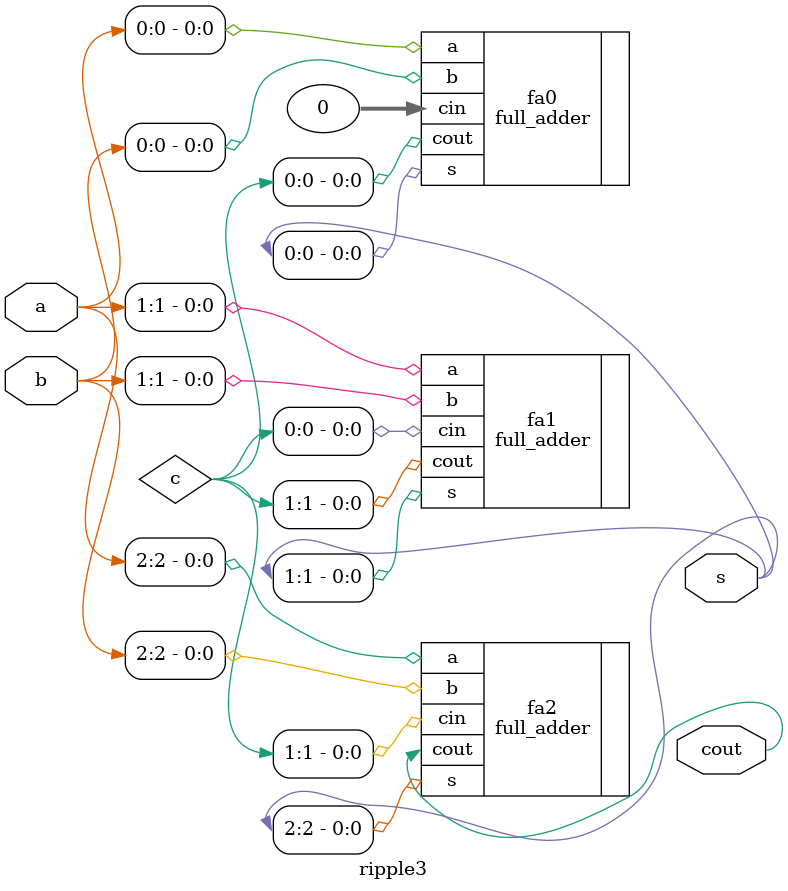
<source format=v>
module ripple3(
	input [2:0] a,
	input [2:0] b, 
	output [2:0] s,
	output cout);
	
	wire [1:0] c;

	full_adder fa0 (
		.a		(a[0]),
		.b		(b[0]),
		.cin	(0),
		.s		(s[0]),
		.cout	(c[0])
	);
	
	full_adder fa1 (
		.a		(a[1]),
		.b		(b[1]),
		.cin	(c[0]),
		.s		(s[1]),
		.cout	(c[1])
	);
	
	full_adder fa2 (
		.a		(a[2]),
		.b		(b[2]),
		.cin	(c[1]),
		.s		(s[2]),
		.cout	(cout)
	);
	
endmodule

</source>
